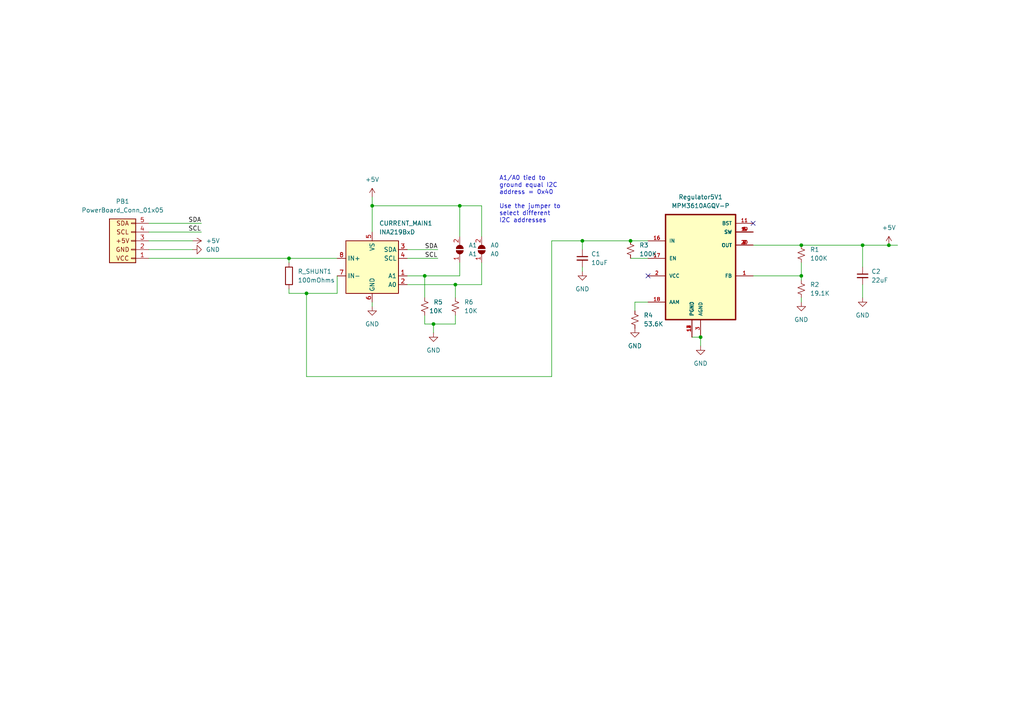
<source format=kicad_sch>
(kicad_sch (version 20211123) (generator eeschema)
  (paper "A4")
  (lib_symbols
    (symbol "Analog_ADC:INA219BxD"
      (property "Reference" "U" (at -6.35 8.89 0))
      (property "Value" "INA219BxD" (at 5.08 8.89 0))
      (symbol "INA219BxD_0_1"
        (rectangle (start -7.62 7.62) (end 7.62 -7.62) (stroke (width 0.254)) (fill (type background)))
      )
      (symbol "INA219BxD_1_1"
        (pin input line (at 10.16 -2.54 180) (length 2.54) (name "A1") (number "1"))
        (pin input line (at 10.16 -5.08 180) (length 2.54) (name "A0") (number "2"))
        (pin bidirectional line (at 10.16 5.08 180) (length 2.54) (name "SDA") (number "3"))
        (pin input line (at 10.16 2.54 180) (length 2.54) (name "SCL") (number "4"))
        (pin power_in line (at 0 10.16 270) (length 2.54) (name "VS") (number "5"))
        (pin power_in line (at 0 -10.16 90) (length 2.54) (name "GND") (number "6"))
        (pin input line (at -10.16 -2.54 0) (length 2.54) (name "IN-") (number "7"))
        (pin input line (at -10.16 2.54 0) (length 2.54) (name "IN+") (number "8"))
      )
    )
    (symbol "Device:C_Small" (pin_numbers hide) (pin_names (offset 0.254) hide)
      (property "Reference" "C" (at 0.254 1.778 0))
      (property "Value" "C_Small" (at 0.254 -2.032 0))
      (symbol "C_Small_0_1"
        (polyline (pts (xy -1.524 -0.508) (xy 1.524 -0.508)) (stroke (width 0.3302)))
        (polyline (pts (xy -1.524 0.508) (xy 1.524 0.508)) (stroke (width 0.3048)))
      )
      (symbol "C_Small_1_1"
        (pin passive line (at 0 2.54 270) (length 2.032) (name "~") (number "1"))
        (pin passive line (at 0 -2.54 90) (length 2.032) (name "~") (number "2"))
      )
    )
    (symbol "Device:R" (pin_numbers hide) (pin_names (offset 0))
      (property "Reference" "R" (at 2.032 0 90))
      (property "Value" "R" (at 0 0 90))
      (symbol "R_0_1"
        (rectangle (start -1.016 -2.54) (end 1.016 2.54) (stroke (width 0.254)))
      )
      (symbol "R_1_1"
        (pin passive line (at 0 3.81 270) (length 1.27) (name "~") (number "1"))
        (pin passive line (at 0 -3.81 90) (length 1.27) (name "~") (number "2"))
      )
    )
    (symbol "Device:R_Small_US" (pin_numbers hide) (pin_names (offset 0.254) hide)
      (property "Reference" "R" (at 0.762 0.508 0))
      (property "Value" "R_Small_US" (at 0.762 -1.016 0))
      (symbol "R_Small_US_1_1"
        (polyline (pts (xy 0 0) (xy 1.016 -0.381) (xy 0 -0.762) (xy -1.016 -1.143) (xy 0 -1.524)))
        (polyline (pts (xy 0 1.524) (xy 1.016 1.143) (xy 0 0.762) (xy -1.016 0.381) (xy 0 0)))
        (pin passive line (at 0 2.54 270) (length 1.016) (name "~") (number "1"))
        (pin passive line (at 0 -2.54 90) (length 1.016) (name "~") (number "2"))
      )
    )
    (symbol "Jumper:SolderJumper_2_Open" (pin_names (offset 0) hide)
      (property "Reference" "JP" (at 0 2.032 0))
      (property "Value" "SolderJumper_2_Open" (at 0 -2.54 0))
      (symbol "SolderJumper_2_Open_0_1"
        (arc (start -0.254 1.016) (mid -1.27 0) (end -0.254 -1.016))
        (arc (start -0.254 1.016) (mid -1.27 0) (end -0.254 -1.016) (fill (type outline)))
        (polyline (pts (xy -0.254 1.016) (xy -0.254 -1.016)))
        (polyline (pts (xy 0.254 1.016) (xy 0.254 -1.016)))
        (arc (start 0.254 -1.016) (mid 1.27 0) (end 0.254 1.016))
        (arc (start 0.254 -1.016) (mid 1.27 0) (end 0.254 1.016) (fill (type outline)))
      )
      (symbol "SolderJumper_2_Open_1_1"
        (pin passive line (at -3.81 0 0) (length 2.54) (name "A") (number "1"))
        (pin passive line (at 3.81 0 180) (length 2.54) (name "B") (number "2"))
      )
    )
    (symbol "MPM3610AGQV-P:MPM3610AGQV-P" (pin_names (offset 1.016))
      (property "Reference" "U" (at -10.16 17.8054 0))
      (property "Value" "MPM3610AGQV-P" (at 10.16 -20.32 0))
      (symbol "MPM3610AGQV-P_0_0"
        (rectangle (start -10.16 -15.24) (end 10.16 15.24) (stroke (width 0.4064)) (fill (type background)))
        (pin input line (at 15.24 -2.54 180) (length 5.08) (name "FB") (number "1"))
        (pin bidirectional line (at 15.24 12.7 180) (length 5.08) (name "BST") (number "11"))
        (pin power_in line (at -2.54 -20.32 90) (length 5.08) (name "PGND") (number "12"))
        (pin power_in line (at -2.54 -20.32 90) (length 5.08) (name "PGND") (number "13"))
        (pin power_in line (at -2.54 -20.32 90) (length 5.08) (name "PGND") (number "14"))
        (pin input line (at -15.24 7.62 0) (length 5.08) (name "IN") (number "16"))
        (pin input line (at -15.24 2.54 0) (length 5.08) (name "EN") (number "17"))
        (pin output line (at -15.24 -10.16 0) (length 5.08) (name "AAM") (number "18"))
        (pin output line (at 15.24 10.16 180) (length 5.08) (name "SW") (number "19"))
        (pin power_in line (at -15.24 -2.54 0) (length 5.08) (name "VCC") (number "2"))
        (pin output line (at 15.24 6.35 180) (length 5.08) (name "OUT") (number "20"))
        (pin power_in line (at 0 -20.32 90) (length 5.08) (name "AGND") (number "3"))
        (pin output line (at 15.24 10.16 180) (length 5.08) (name "SW") (number "4"))
        (pin output line (at 15.24 10.16 180) (length 5.08) (name "SW") (number "5"))
        (pin output line (at 15.24 10.16 180) (length 5.08) (name "SW") (number "6"))
        (pin output line (at 15.24 6.35 180) (length 5.08) (name "OUT") (number "7"))
        (pin output line (at 15.24 6.35 180) (length 5.08) (name "OUT") (number "8"))
        (pin output line (at 15.24 6.35 180) (length 5.08) (name "OUT") (number "9"))
      )
    )
    (symbol "PowerBoardLibrary:PowerBoard_Conn_01x05" (pin_names (offset 1.016) hide)
      (property "Reference" "PB?" (at 0 11.43 0))
      (property "Value" "PowerBoard_Conn_01x05" (at 0 8.89 0))
      (symbol "PowerBoard_Conn_01x05_0_0"
        (text "+5V" (at 2.54 0 0) (effects (font (size 1.27 1.27))))
        (text "GND" (at 2.54 2.54 0) (effects (font (size 1.27 1.27))))
        (text "SCL" (at 2.54 -2.54 0) (effects (font (size 1.27 1.27))))
        (text "SDA" (at 2.54 -5.08 0) (effects (font (size 1.27 1.27))))
        (text "VCC" (at 2.54 5.08 0) (effects (font (size 1.27 1.27))))
      )
      (symbol "PowerBoard_Conn_01x05_1_1"
        (rectangle (start -1.27 -4.953) (end 0 -5.207) (stroke (width 0.1524)))
        (rectangle (start -1.27 -2.413) (end 0 -2.667) (stroke (width 0.1524)))
        (rectangle (start -1.27 0.127) (end 0 -0.127) (stroke (width 0.1524)))
        (rectangle (start -1.27 2.667) (end 0 2.413) (stroke (width 0.1524)))
        (rectangle (start -1.27 5.207) (end 0 4.953) (stroke (width 0.1524)))
        (rectangle (start -1.27 6.35) (end 6.35 -6.35) (stroke (width 0.254)) (fill (type background)))
        (pin power_in line (at -5.08 5.08 0) (length 3.81) (name "VCC") (number "1"))
        (pin power_out line (at -5.08 2.54 0) (length 3.81) (name "GND") (number "2"))
        (pin power_out line (at -5.08 0 0) (length 3.81) (name "+5V") (number "3"))
        (pin bidirectional line (at -5.08 -2.54 0) (length 3.81) (name "SCL") (number "4"))
        (pin bidirectional line (at -5.08 -5.08 0) (length 3.81) (name "SDA") (number "5"))
      )
    )
    (symbol "power:+5V" (power) (pin_names (offset 0))
      (property "Value" "+5V" (at 0 3.556 0))
      (symbol "+5V_0_1"
        (polyline (pts (xy -0.762 1.27) (xy 0 2.54)))
        (polyline (pts (xy 0 0) (xy 0 2.54)))
        (polyline (pts (xy 0 2.54) (xy 0.762 1.27)))
      )
      (symbol "+5V_1_1"
        (pin power_in line (at 0 0 90) (length 0) hide (name "+5V") (number "1"))
      )
    )
    (symbol "power:GND" (power) (pin_names (offset 0))
      (property "Value" "GND" (at 0 -3.81 0))
      (symbol "GND_0_1"
        (polyline (pts (xy 0 0) (xy 0 -1.27) (xy 1.27 -1.27) (xy 0 -2.54) (xy -1.27 -1.27) (xy 0 -1.27)))
      )
      (symbol "GND_1_1"
        (pin power_in line (at 0 0 270) (length 0) hide (name "GND") (number "1"))
      )
    )
  )
  (junction (at 88.9 85.09))
  (junction (at 107.95 59.69))
  (junction (at 133.35 59.69))
  (junction (at 132.08 82.55))
  (junction (at 83.82 74.93))
  (junction (at 168.91 69.85))
  (junction (at 232.41 80.01))
  (junction (at 125.73 93.98))
  (junction (at 232.41 71.12))
  (junction (at 203.2 97.79))
  (junction (at 123.19 80.01))
  (junction (at 250.19 71.12))
  (junction (at 182.88 69.85))
  (junction (at 257.81 71.12))
  (no_connect (at 187.96 80.01))
  (no_connect (at 218.44 64.77))
  (wire (pts (xy 107.95 57.15) (xy 107.95 59.69)))
  (wire (pts (xy 182.88 69.85) (xy 187.96 69.85)))
  (wire (pts (xy 250.19 71.12) (xy 250.19 77.47)))
  (wire (pts (xy 125.73 93.98) (xy 132.08 93.98)))
  (wire (pts (xy 123.19 80.01) (xy 133.35 80.01)))
  (wire (pts (xy 118.11 74.93) (xy 127 74.93)))
  (wire (pts (xy 203.2 97.79) (xy 203.2 100.33)))
  (wire (pts (xy 43.18 67.31) (xy 58.42 67.31)))
  (wire (pts (xy 133.35 59.69) (xy 107.95 59.69)))
  (wire (pts (xy 83.82 85.09) (xy 83.82 83.82)))
  (wire (pts (xy 43.18 69.85) (xy 55.88 69.85)))
  (wire (pts (xy 123.19 80.01) (xy 123.19 86.36)))
  (wire (pts (xy 43.18 74.93) (xy 83.82 74.93)))
  (wire (pts (xy 118.11 80.01) (xy 123.19 80.01)))
  (wire (pts (xy 232.41 71.12) (xy 250.19 71.12)))
  (wire (pts (xy 123.19 93.98) (xy 123.19 91.44)))
  (wire (pts (xy 88.9 85.09) (xy 97.79 85.09)))
  (wire (pts (xy 218.44 71.12) (xy 232.41 71.12)))
  (wire (pts (xy 83.82 74.93) (xy 97.79 74.93)))
  (wire (pts (xy 43.18 72.39) (xy 55.88 72.39)))
  (wire (pts (xy 232.41 80.01) (xy 232.41 76.2)))
  (wire (pts (xy 218.44 80.01) (xy 232.41 80.01)))
  (wire (pts (xy 132.08 82.55) (xy 132.08 86.36)))
  (wire (pts (xy 88.9 85.09) (xy 88.9 109.22)))
  (wire (pts (xy 160.02 69.85) (xy 168.91 69.85)))
  (wire (pts (xy 200.66 97.79) (xy 203.2 97.79)))
  (wire (pts (xy 232.41 87.63) (xy 232.41 86.36)))
  (wire (pts (xy 118.11 82.55) (xy 132.08 82.55)))
  (wire (pts (xy 250.19 82.55) (xy 250.19 86.36)))
  (wire (pts (xy 125.73 93.98) (xy 123.19 93.98)))
  (wire (pts (xy 83.82 85.09) (xy 88.9 85.09)))
  (wire (pts (xy 187.96 87.63) (xy 184.15 87.63)))
  (wire (pts (xy 250.19 71.12) (xy 257.81 71.12)))
  (wire (pts (xy 133.35 80.01) (xy 133.35 76.2)))
  (wire (pts (xy 133.35 68.58) (xy 133.35 59.69)))
  (wire (pts (xy 139.7 59.69) (xy 133.35 59.69)))
  (wire (pts (xy 88.9 109.22) (xy 160.02 109.22)))
  (wire (pts (xy 118.11 72.39) (xy 127 72.39)))
  (wire (pts (xy 160.02 69.85) (xy 160.02 109.22)))
  (wire (pts (xy 125.73 93.98) (xy 125.73 96.52)))
  (wire (pts (xy 168.91 69.85) (xy 168.91 72.39)))
  (wire (pts (xy 168.91 77.47) (xy 168.91 78.74)))
  (wire (pts (xy 139.7 82.55) (xy 139.7 76.2)))
  (wire (pts (xy 232.41 81.28) (xy 232.41 80.01)))
  (wire (pts (xy 132.08 93.98) (xy 132.08 91.44)))
  (wire (pts (xy 107.95 87.63) (xy 107.95 88.9)))
  (wire (pts (xy 132.08 82.55) (xy 139.7 82.55)))
  (wire (pts (xy 83.82 74.93) (xy 83.82 76.2)))
  (wire (pts (xy 139.7 68.58) (xy 139.7 59.69)))
  (wire (pts (xy 184.15 87.63) (xy 184.15 90.17)))
  (wire (pts (xy 168.91 69.85) (xy 182.88 69.85)))
  (wire (pts (xy 257.81 71.12) (xy 260.35 71.12)))
  (wire (pts (xy 97.79 85.09) (xy 97.79 80.01)))
  (wire (pts (xy 182.88 74.93) (xy 187.96 74.93)))
  (wire (pts (xy 43.18 64.77) (xy 58.42 64.77)))
  (wire (pts (xy 107.95 59.69) (xy 107.95 67.31)))
  (text "A1/A0 tied to \nground equal I2C \naddress = 0x40\n\nUse the jumper to\nselect different\nI2C addresses" (at 144.78 64.77 0) (effects (font (size 1.27 1.27)) (justify left bottom)))
  (label "SCL" (at 123.19 74.93 0))
  (label "SCL" (at 54.61 67.31 0))
  (label "SDA" (at 54.61 64.77 0))
  (label "SDA" (at 123.19 72.39 0))
  (symbol (lib_id "Device:C_Small") (at 250.19 80.01 0) (unit 1)
    (property "Reference" "C2" (at 252.73 78.7462 0) (effects (justify left)))
    (property "Value" "22uF" (at 252.73 81.2862 0) (effects (justify left)))
    (property "Footprint" "Capacitor_SMD:C_0603_1608Metric_Pad1.08x0.95mm_HandSolder" (effects hide))
  )
  (symbol (lib_id "Analog_ADC:INA219BxD") (at 107.95 77.47 0) (unit 1)
    (property "Reference" "CURRENT_MAIN1" (at 109.9694 64.77 0) (effects (justify left)))
    (property "Value" "INA219BxD" (at 109.9694 67.31 0) (effects (justify left)))
    (property "Footprint" "Package_SO:SOIC-8_3.9x4.9mm_P1.27mm" (effects hide))
    (property "Datasheet" "http://www.ti.com/lit/ds/symlink/ina219.pdf" (effects hide))
  )
  (symbol (lib_id "Jumper:SolderJumper_2_Open") (at 139.7 72.39 90) (unit 1)
    (property "Reference" "A0" (at 142.24 71.1199 90) (effects (justify right)))
    (property "Value" "A0" (at 142.24 73.6599 90) (effects (justify right)))
    (property "Footprint" "Jumper:SolderJumper-2_P1.3mm_Open_Pad1.0x1.5mm" (effects hide))
  )
  (symbol (lib_id "Jumper:SolderJumper_2_Open") (at 133.35 72.39 90) (unit 1)
    (property "Reference" "A1" (at 135.89 71.1199 90) (effects (justify right)))
    (property "Value" "A1" (at 135.89 73.6599 90) (effects (justify right)))
    (property "Footprint" "Jumper:SolderJumper-2_P1.3mm_Open_Pad1.0x1.5mm" (effects hide))
  )
  (symbol (lib_id "power:GND") (at 250.19 86.36 0) (unit 1)
    (property "Reference" "#PWR0103" (effects hide))
    (property "Value" "GND" (at 250.19 91.44 0))
  )
  (symbol (lib_id "power:GND") (at 203.2 100.33 0) (unit 1)
    (property "Reference" "#PWR0101" (effects hide))
    (property "Value" "GND" (at 203.2 105.41 0))
  )
  (symbol (lib_id "power:GND") (at 168.91 78.74 0) (unit 1)
    (property "Reference" "#PWR0105" (effects hide))
    (property "Value" "GND" (at 168.91 83.82 0))
  )
  (symbol (lib_id "power:+5V") (at 257.81 71.12 0) (unit 1)
    (property "Reference" "#PWR0102" (effects hide))
    (property "Value" "+5V" (at 257.81 66.04 0))
  )
  (symbol (lib_id "Device:R") (at 83.82 80.01 0) (unit 1)
    (property "Reference" "R_SHUNT1" (at 86.36 78.7399 0) (effects (justify left)))
    (property "Value" "100mOhms" (at 86.36 81.2799 0) (effects (justify left)))
    (property "Footprint" "Resistor_SMD:R_2512_6332Metric" (effects hide))
  )
  (symbol (lib_id "Device:R_Small_US") (at 132.08 88.9 0) (unit 1)
    (property "Reference" "R6" (at 134.62 87.6299 0) (effects (justify left)))
    (property "Value" "10K" (at 134.62 90.1699 0) (effects (justify left)))
    (property "Footprint" "Resistor_SMD:R_0603_1608Metric" (effects hide))
  )
  (symbol (lib_id "Device:R_Small_US") (at 232.41 83.82 0) (unit 1)
    (property "Reference" "R2" (at 234.95 82.5499 0) (effects (justify left)))
    (property "Value" "19.1K" (at 234.95 85.0899 0) (effects (justify left)))
    (property "Footprint" "Resistor_SMD:R_0603_1608Metric" (effects hide))
  )
  (symbol (lib_id "power:GND") (at 232.41 87.63 0) (unit 1)
    (property "Reference" "#PWR0104" (effects hide))
    (property "Value" "GND" (at 232.41 92.71 0))
  )
  (symbol (lib_id "power:+5V") (at 55.88 69.85 270) (unit 1)
    (property "Reference" "#PWR0107" (effects hide))
    (property "Value" "+5V" (at 59.69 69.85 90) (effects (justify left)))
  )
  (symbol (lib_id "power:GND") (at 107.95 88.9 0) (unit 1)
    (property "Reference" "#PWR0109" (effects hide))
    (property "Value" "GND" (at 107.95 93.98 0))
  )
  (symbol (lib_id "power:GND") (at 125.73 96.52 0) (unit 1)
    (property "Reference" "#PWR0110" (effects hide))
    (property "Value" "GND" (at 125.73 101.6 0))
  )
  (symbol (lib_id "Device:R_Small_US") (at 123.19 88.9 0) (unit 1)
    (property "Reference" "R5" (at 125.73 87.6299 0) (effects (justify left)))
    (property "Value" "10K" (at 124.46 90.17 0) (effects (justify left)))
    (property "Footprint" "Resistor_SMD:R_0603_1608Metric" (effects hide))
  )
  (symbol (lib_id "Device:C_Small") (at 168.91 74.93 0) (unit 1)
    (property "Reference" "C1" (at 171.45 73.6662 0) (effects (justify left)))
    (property "Value" "10uF" (at 171.45 76.2062 0) (effects (justify left)))
    (property "Footprint" "Capacitor_SMD:C_0603_1608Metric_Pad1.08x0.95mm_HandSolder" (effects hide))
  )
  (symbol (lib_id "power:+5V") (at 107.95 57.15 0) (unit 1)
    (property "Reference" "#PWR0106" (effects hide))
    (property "Value" "+5V" (at 107.95 52.07 0))
  )
  (symbol (lib_id "Device:R_Small_US") (at 184.15 92.71 0) (unit 1)
    (property "Reference" "R4" (at 186.69 91.4399 0) (effects (justify left)))
    (property "Value" "53.6K" (at 186.69 93.9799 0) (effects (justify left)))
    (property "Footprint" "Resistor_SMD:R_0603_1608Metric" (effects hide))
  )
  (symbol (lib_id "power:GND") (at 55.88 72.39 90) (unit 1)
    (property "Reference" "#PWR0108" (effects hide))
    (property "Value" "GND" (at 59.69 72.3899 90) (effects (justify right)))
  )
  (symbol (lib_id "PowerBoardLibrary:PowerBoard_Conn_01x05") (at 38.1 69.85 180) (unit 1)
    (property "Reference" "PB1" (at 35.56 58.42 0))
    (property "Value" "PowerBoard_Conn_01x05" (at 35.56 60.96 0))
    (property "Footprint" "Connector_PinHeader_2.54mm:PinHeader_1x05_P2.54mm_Vertical" (effects hide))
  )
  (symbol (lib_id "Device:R_Small_US") (at 182.88 72.39 0) (unit 1)
    (property "Reference" "R3" (at 185.42 71.1199 0) (effects (justify left)))
    (property "Value" "100K" (at 185.42 73.6599 0) (effects (justify left)))
    (property "Footprint" "Resistor_SMD:R_0603_1608Metric" (effects hide))
  )
  (symbol (lib_id "MPM3610AGQV-P:MPM3610AGQV-P") (at 203.2 77.47 0) (unit 1)
    (property "Reference" "Regulator5V1" (at 203.2 57.15 0))
    (property "Value" "MPM3610AGQV-P" (at 203.2 59.69 0))
    (property "Footprint" "CONV_MPM3620AGQV-P" (effects hide))
    (property "AVAILABILITY" "Bad" (effects hide))
    (property "PRICE" "2.62 USD" (effects hide))
    (property "MF" "Monolithic Power Systems" (effects hide))
    (property "DESCRIPTION" "MPM3610A Series 21 V 1.2 A Adj. SMT Synchronous Step-Down Converter - QFN-20" (effects hide))
    (property "PARTREV" "1.0" (effects hide))
    (property "STANDARD" "Manufacturer recommendation" (effects hide))
    (property "PACKAGE" "QFN-20 Monolithic Power Systems" (effects hide))
    (property "MP" "MPM3610AGQV-P" (effects hide))
  )
  (symbol (lib_id "power:GND") (at 184.15 95.25 0) (unit 1)
    (property "Reference" "#PWR0111" (effects hide))
    (property "Value" "GND" (at 184.15 100.33 0))
  )
  (symbol (lib_id "Device:R_Small_US") (at 232.41 73.66 0) (unit 1)
    (property "Reference" "R1" (at 234.95 72.3899 0) (effects (justify left)))
    (property "Value" "100K" (at 234.95 74.9299 0) (effects (justify left)))
    (property "Footprint" "Resistor_SMD:R_0603_1608Metric" (effects hide))
  )
)
</source>
